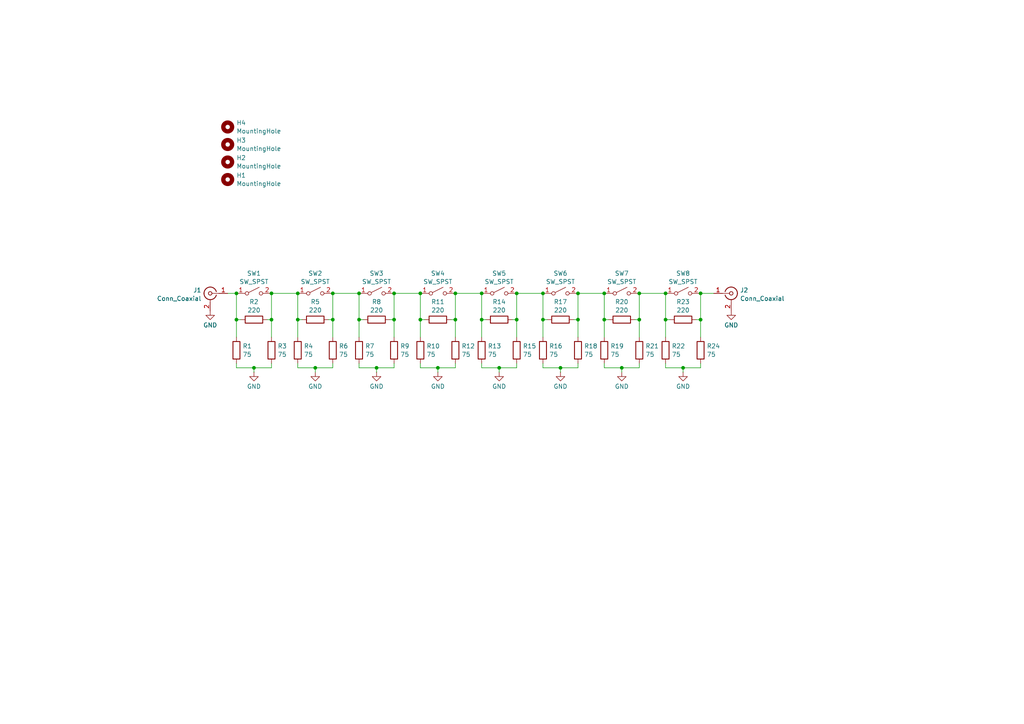
<source format=kicad_sch>
(kicad_sch (version 20250114) (generator "eeschema") (generator_version "9.0")
  (paper "A4")
  (lib_symbols
    (symbol "Connector:Conn_Coaxial" (pin_names (offset 1.016) (hide yes))
      (property "Reference" "J" (at 0.254 3.048 0))
      (property "Value" "Conn_Coaxial" (at 2.921 0 90))
      (symbol "Conn_Coaxial_0_1"
        (polyline (pts (xy -2.54 0) (xy -0.508 0)))
        (arc (start 1.778 0) (mid 0.222 -1.8079) (end -1.778 -0.508) (stroke (width 0.254)))
        (arc (start -1.778 0.508) (mid 0.2221 1.8084) (end 1.778 0) (stroke (width 0.254)))
        (circle (center 0 0) (radius 0.508) (stroke (width 0.2032)))
        (polyline (pts (xy 0 -2.54) (xy 0 -1.778)))
      )
      (symbol "Conn_Coaxial_1_1"
        (pin passive line (at -5.08 0 0) (length 2.54) (name "In") (number "1"))
        (pin passive line (at 0 -5.08 90) (length 2.54) (name "Ext") (number "2"))
      )
    )
    (symbol "Device:R" (pin_numbers (hide yes)) (pin_names (offset 0))
      (property "Reference" "R" (at 2.032 0 90))
      (property "Value" "R" (at 0 0 90))
      (symbol "R_0_1"
        (rectangle (start -1.016 -2.54) (end 1.016 2.54) (stroke (width 0.254)))
      )
      (symbol "R_1_1"
        (pin passive line (at 0 3.81 270) (length 1.27) (name "~") (number "1"))
        (pin passive line (at 0 -3.81 90) (length 1.27) (name "~") (number "2"))
      )
    )
    (symbol "Mechanical:MountingHole" (pin_names (offset 1.016)) (exclude_from_sim yes) (in_bom no)
      (property "Reference" "H" (at 0 5.08 0))
      (property "Value" "MountingHole" (at 0 3.175 0))
      (symbol "MountingHole_0_1"
        (circle (center 0 0) (radius 1.27) (stroke (width 1.27)))
      )
    )
    (symbol "Switch:SW_SPST" (pin_names (offset 0) (hide yes))
      (property "Reference" "SW" (at 0 3.175 0))
      (property "Value" "SW_SPST" (at 0 -2.54 0))
      (symbol "SW_SPST_0_0"
        (circle (center -2.032 0) (radius 0.508))
        (polyline (pts (xy -1.524 0.254) (xy 1.524 1.778)))
        (circle (center 2.032 0) (radius 0.508))
      )
      (symbol "SW_SPST_1_1"
        (pin passive line (at -5.08 0 0) (length 2.54) (name "A") (number "1"))
        (pin passive line (at 5.08 0 180) (length 2.54) (name "B") (number "2"))
      )
    )
    (symbol "power:GND" (power) (pin_numbers (hide yes)) (pin_names (offset 0) (hide yes))
      (property "Value" "GND" (at 0 -3.81 0))
      (symbol "GND_0_1"
        (polyline (pts (xy 0 0) (xy 0 -1.27) (xy 1.27 -1.27) (xy 0 -2.54) (xy -1.27 -1.27) (xy 0 -1.27)))
      )
      (symbol "GND_1_1"
        (pin power_in line (at 0 0 270) (length 0) (name "~") (number "1"))
      )
    )
  )
  (junction (at 73.66 106.68))
  (junction (at 86.36 92.71))
  (junction (at 185.42 85.09))
  (junction (at 68.58 85.09))
  (junction (at 86.36 85.09))
  (junction (at 78.74 85.09))
  (junction (at 193.04 85.09))
  (junction (at 167.64 85.09))
  (junction (at 167.64 92.71))
  (junction (at 68.58 92.71))
  (junction (at 78.74 92.71))
  (junction (at 96.52 92.71))
  (junction (at 193.04 92.71))
  (junction (at 144.78 106.68))
  (junction (at 91.44 106.68))
  (junction (at 203.2 85.09))
  (junction (at 132.08 85.09))
  (junction (at 149.86 92.71))
  (junction (at 180.34 106.68))
  (junction (at 121.92 92.71))
  (junction (at 157.48 92.71))
  (junction (at 157.48 85.09))
  (junction (at 175.26 85.09))
  (junction (at 139.7 85.09))
  (junction (at 121.92 85.09))
  (junction (at 114.3 85.09))
  (junction (at 198.12 106.68))
  (junction (at 104.14 85.09))
  (junction (at 114.3 92.71))
  (junction (at 104.14 92.71))
  (junction (at 175.26 92.71))
  (junction (at 149.86 85.09))
  (junction (at 132.08 92.71))
  (junction (at 185.42 92.71))
  (junction (at 139.7 92.71))
  (junction (at 96.52 85.09))
  (junction (at 127 106.68))
  (junction (at 203.2 92.71))
  (junction (at 109.22 106.68))
  (junction (at 162.56 106.68))
  (wire (pts (xy 203.2 92.71) (xy 203.2 97.79)))
  (wire (pts (xy 73.66 106.68) (xy 78.74 106.68)))
  (wire (pts (xy 113.03 92.71) (xy 114.3 92.71)))
  (wire (pts (xy 73.66 106.68) (xy 73.66 107.95)))
  (wire (pts (xy 68.58 106.68) (xy 73.66 106.68)))
  (wire (pts (xy 78.74 92.71) (xy 78.74 97.79)))
  (wire (pts (xy 104.14 85.09) (xy 104.14 92.71)))
  (wire (pts (xy 139.7 105.41) (xy 139.7 106.68)))
  (wire (pts (xy 96.52 85.09) (xy 96.52 92.71)))
  (wire (pts (xy 132.08 85.09) (xy 132.08 92.71)))
  (wire (pts (xy 109.22 106.68) (xy 114.3 106.68)))
  (wire (pts (xy 95.25 92.71) (xy 96.52 92.71)))
  (wire (pts (xy 157.48 85.09) (xy 157.48 92.71)))
  (wire (pts (xy 185.42 85.09) (xy 193.04 85.09)))
  (wire (pts (xy 149.86 85.09) (xy 157.48 85.09)))
  (wire (pts (xy 148.59 92.71) (xy 149.86 92.71)))
  (wire (pts (xy 78.74 85.09) (xy 78.74 92.71)))
  (wire (pts (xy 157.48 106.68) (xy 162.56 106.68)))
  (wire (pts (xy 96.52 85.09) (xy 104.14 85.09)))
  (wire (pts (xy 193.04 85.09) (xy 193.04 92.71)))
  (wire (pts (xy 167.64 85.09) (xy 175.26 85.09)))
  (wire (pts (xy 144.78 106.68) (xy 149.86 106.68)))
  (wire (pts (xy 185.42 85.09) (xy 185.42 92.71)))
  (wire (pts (xy 180.34 106.68) (xy 180.34 107.95)))
  (wire (pts (xy 175.26 85.09) (xy 175.26 92.71)))
  (wire (pts (xy 114.3 106.68) (xy 114.3 105.41)))
  (wire (pts (xy 175.26 92.71) (xy 176.53 92.71)))
  (wire (pts (xy 198.12 106.68) (xy 198.12 107.95)))
  (wire (pts (xy 180.34 106.68) (xy 185.42 106.68)))
  (wire (pts (xy 149.86 106.68) (xy 149.86 105.41)))
  (wire (pts (xy 184.15 92.71) (xy 185.42 92.71)))
  (wire (pts (xy 86.36 92.71) (xy 87.63 92.71)))
  (wire (pts (xy 157.48 92.71) (xy 158.75 92.71)))
  (wire (pts (xy 167.64 106.68) (xy 167.64 105.41)))
  (wire (pts (xy 193.04 92.71) (xy 193.04 97.79)))
  (wire (pts (xy 114.3 85.09) (xy 114.3 92.71)))
  (wire (pts (xy 144.78 106.68) (xy 144.78 107.95)))
  (wire (pts (xy 162.56 106.68) (xy 167.64 106.68)))
  (wire (pts (xy 132.08 106.68) (xy 132.08 105.41)))
  (wire (pts (xy 78.74 85.09) (xy 86.36 85.09)))
  (wire (pts (xy 114.3 85.09) (xy 121.92 85.09)))
  (wire (pts (xy 203.2 106.68) (xy 203.2 105.41)))
  (wire (pts (xy 109.22 106.68) (xy 109.22 107.95)))
  (wire (pts (xy 139.7 106.68) (xy 144.78 106.68)))
  (wire (pts (xy 130.81 92.71) (xy 132.08 92.71)))
  (wire (pts (xy 68.58 92.71) (xy 68.58 97.79)))
  (wire (pts (xy 121.92 92.71) (xy 123.19 92.71)))
  (wire (pts (xy 166.37 92.71) (xy 167.64 92.71)))
  (wire (pts (xy 104.14 92.71) (xy 104.14 97.79)))
  (wire (pts (xy 185.42 106.68) (xy 185.42 105.41)))
  (wire (pts (xy 127 106.68) (xy 127 107.95)))
  (wire (pts (xy 77.47 92.71) (xy 78.74 92.71)))
  (wire (pts (xy 203.2 85.09) (xy 203.2 92.71)))
  (wire (pts (xy 86.36 105.41) (xy 86.36 106.68)))
  (wire (pts (xy 157.48 105.41) (xy 157.48 106.68)))
  (wire (pts (xy 68.58 92.71) (xy 69.85 92.71)))
  (wire (pts (xy 132.08 85.09) (xy 139.7 85.09)))
  (wire (pts (xy 121.92 105.41) (xy 121.92 106.68)))
  (wire (pts (xy 86.36 85.09) (xy 86.36 92.71)))
  (wire (pts (xy 193.04 105.41) (xy 193.04 106.68)))
  (wire (pts (xy 139.7 85.09) (xy 139.7 92.71)))
  (wire (pts (xy 104.14 92.71) (xy 105.41 92.71)))
  (wire (pts (xy 121.92 106.68) (xy 127 106.68)))
  (wire (pts (xy 193.04 92.71) (xy 194.31 92.71)))
  (wire (pts (xy 91.44 106.68) (xy 91.44 107.95)))
  (wire (pts (xy 201.93 92.71) (xy 203.2 92.71)))
  (wire (pts (xy 149.86 85.09) (xy 149.86 92.71)))
  (wire (pts (xy 167.64 85.09) (xy 167.64 92.71)))
  (wire (pts (xy 162.56 106.68) (xy 162.56 107.95)))
  (wire (pts (xy 121.92 92.71) (xy 121.92 97.79)))
  (wire (pts (xy 203.2 85.09) (xy 207.01 85.09)))
  (wire (pts (xy 96.52 92.71) (xy 96.52 97.79)))
  (wire (pts (xy 86.36 106.68) (xy 91.44 106.68)))
  (wire (pts (xy 175.26 105.41) (xy 175.26 106.68)))
  (wire (pts (xy 114.3 92.71) (xy 114.3 97.79)))
  (wire (pts (xy 157.48 92.71) (xy 157.48 97.79)))
  (wire (pts (xy 139.7 92.71) (xy 139.7 97.79)))
  (wire (pts (xy 96.52 106.68) (xy 96.52 105.41)))
  (wire (pts (xy 185.42 92.71) (xy 185.42 97.79)))
  (wire (pts (xy 66.04 85.09) (xy 68.58 85.09)))
  (wire (pts (xy 68.58 85.09) (xy 68.58 92.71)))
  (wire (pts (xy 104.14 105.41) (xy 104.14 106.68)))
  (wire (pts (xy 167.64 92.71) (xy 167.64 97.79)))
  (wire (pts (xy 175.26 106.68) (xy 180.34 106.68)))
  (wire (pts (xy 68.58 105.41) (xy 68.58 106.68)))
  (wire (pts (xy 78.74 106.68) (xy 78.74 105.41)))
  (wire (pts (xy 127 106.68) (xy 132.08 106.68)))
  (wire (pts (xy 86.36 92.71) (xy 86.36 97.79)))
  (wire (pts (xy 175.26 92.71) (xy 175.26 97.79)))
  (wire (pts (xy 198.12 106.68) (xy 203.2 106.68)))
  (wire (pts (xy 139.7 92.71) (xy 140.97 92.71)))
  (wire (pts (xy 193.04 106.68) (xy 198.12 106.68)))
  (wire (pts (xy 104.14 106.68) (xy 109.22 106.68)))
  (wire (pts (xy 149.86 92.71) (xy 149.86 97.79)))
  (wire (pts (xy 121.92 85.09) (xy 121.92 92.71)))
  (wire (pts (xy 132.08 92.71) (xy 132.08 97.79)))
  (wire (pts (xy 91.44 106.68) (xy 96.52 106.68)))
  (symbol (lib_id "Device:R") (at 73.66 92.71 90) (unit 1)
    (property "Reference" "R2" (at 73.66 87.5495 90))
    (property "Value" "220" (at 73.66 89.9738 90))
    (property "Footprint" "Resistor_THT:R_Axial_DIN0309_L9.0mm_D3.2mm_P12.70mm_Horizontal" (effects (hide yes)))
    (property "Description" "Resistor" (effects (hide yes)))
  )
  (symbol (lib_id "Device:R") (at 114.3 101.6 0) (unit 1)
    (property "Reference" "R9" (at 116.078 100.3878 0) (effects (justify left)))
    (property "Value" "75" (at 116.078 102.8121 0) (effects (justify left)))
    (property "Footprint" "Resistor_THT:R_Axial_DIN0309_L9.0mm_D3.2mm_P12.70mm_Horizontal" (effects (hide yes)))
    (property "Description" "Resistor" (effects (hide yes)))
  )
  (symbol (lib_id "Device:R") (at 203.2 101.6 0) (unit 1)
    (property "Reference" "R24" (at 204.978 100.3878 0) (effects (justify left)))
    (property "Value" "75" (at 204.978 102.8121 0) (effects (justify left)))
    (property "Footprint" "Resistor_THT:R_Axial_DIN0309_L9.0mm_D3.2mm_P12.70mm_Horizontal" (effects (hide yes)))
    (property "Description" "Resistor" (effects (hide yes)))
  )
  (symbol (lib_id "Device:R") (at 180.34 92.71 90) (unit 1)
    (property "Reference" "R20" (at 180.34 87.5495 90))
    (property "Value" "220" (at 180.34 89.9738 90))
    (property "Footprint" "Resistor_THT:R_Axial_DIN0309_L9.0mm_D3.2mm_P12.70mm_Horizontal" (effects (hide yes)))
    (property "Description" "Resistor" (effects (hide yes)))
  )
  (symbol (lib_id "power:GND") (at 127 107.95 0) (unit 1)
    (property "Reference" "#PWR05" (effects (hide yes)))
    (property "Value" "GND" (at 127 112.0831 0))
    (property "Description" "Power symbol creates a global label with name \"GND\" , ground" (effects (hide yes)))
  )
  (symbol (lib_id "Switch:SW_SPST") (at 198.12 85.09 0) (unit 1)
    (property "Reference" "SW8" (at 198.12 79.2945 0))
    (property "Value" "SW_SPST" (at 198.12 81.7188 0))
    (property "Footprint" "FoxHuntAttenuator:SWT3" (effects (hide yes)))
    (property "Description" "Single Pole Single Throw (SPST) switch" (effects (hide yes)))
  )
  (symbol (lib_id "Mechanical:MountingHole") (at 66.04 46.99 0) (unit 1) (exclude_from_sim yes) (in_bom no)
    (property "Reference" "H2" (at 68.58 45.7778 0) (effects (justify left)))
    (property "Value" "MountingHole" (at 68.58 48.2021 0) (effects (justify left)))
    (property "Footprint" "MountingHole:MountingHole_2.7mm_M2.5" (effects (hide yes)))
    (property "Description" "Mounting Hole without connection" (effects (hide yes)))
  )
  (symbol (lib_id "power:GND") (at 73.66 107.95 0) (unit 1)
    (property "Reference" "#PWR02" (effects (hide yes)))
    (property "Value" "GND" (at 73.66 112.0831 0))
    (property "Description" "Power symbol creates a global label with name \"GND\" , ground" (effects (hide yes)))
  )
  (symbol (lib_id "Device:R") (at 104.14 101.6 0) (unit 1)
    (property "Reference" "R7" (at 105.918 100.3878 0) (effects (justify left)))
    (property "Value" "75" (at 105.918 102.8121 0) (effects (justify left)))
    (property "Footprint" "Resistor_THT:R_Axial_DIN0309_L9.0mm_D3.2mm_P12.70mm_Horizontal" (effects (hide yes)))
    (property "Description" "Resistor" (effects (hide yes)))
  )
  (symbol (lib_id "Device:R") (at 193.04 101.6 0) (unit 1)
    (property "Reference" "R22" (at 194.818 100.3878 0) (effects (justify left)))
    (property "Value" "75" (at 194.818 102.8121 0) (effects (justify left)))
    (property "Footprint" "Resistor_THT:R_Axial_DIN0309_L9.0mm_D3.2mm_P12.70mm_Horizontal" (effects (hide yes)))
    (property "Description" "Resistor" (effects (hide yes)))
  )
  (symbol (lib_id "Switch:SW_SPST") (at 91.44 85.09 0) (unit 1)
    (property "Reference" "SW2" (at 91.44 79.2945 0))
    (property "Value" "SW_SPST" (at 91.44 81.7188 0))
    (property "Footprint" "FoxHuntAttenuator:SWT3" (effects (hide yes)))
    (property "Description" "Single Pole Single Throw (SPST) switch" (effects (hide yes)))
  )
  (symbol (lib_id "Device:R") (at 132.08 101.6 0) (unit 1)
    (property "Reference" "R12" (at 133.858 100.3878 0) (effects (justify left)))
    (property "Value" "75" (at 133.858 102.8121 0) (effects (justify left)))
    (property "Footprint" "Resistor_THT:R_Axial_DIN0309_L9.0mm_D3.2mm_P12.70mm_Horizontal" (effects (hide yes)))
    (property "Description" "Resistor" (effects (hide yes)))
  )
  (symbol (lib_id "power:GND") (at 162.56 107.95 0) (unit 1)
    (property "Reference" "#PWR07" (effects (hide yes)))
    (property "Value" "GND" (at 162.56 112.0831 0))
    (property "Description" "Power symbol creates a global label with name \"GND\" , ground" (effects (hide yes)))
  )
  (symbol (lib_id "Switch:SW_SPST") (at 162.56 85.09 0) (unit 1)
    (property "Reference" "SW6" (at 162.56 79.2945 0))
    (property "Value" "SW_SPST" (at 162.56 81.7188 0))
    (property "Footprint" "FoxHuntAttenuator:SWT3" (effects (hide yes)))
    (property "Description" "Single Pole Single Throw (SPST) switch" (effects (hide yes)))
  )
  (symbol (lib_id "power:GND") (at 144.78 107.95 0) (unit 1)
    (property "Reference" "#PWR06" (effects (hide yes)))
    (property "Value" "GND" (at 144.78 112.0831 0))
    (property "Description" "Power symbol creates a global label with name \"GND\" , ground" (effects (hide yes)))
  )
  (symbol (lib_id "Device:R") (at 185.42 101.6 0) (unit 1)
    (property "Reference" "R21" (at 187.198 100.3878 0) (effects (justify left)))
    (property "Value" "75" (at 187.198 102.8121 0) (effects (justify left)))
    (property "Footprint" "Resistor_THT:R_Axial_DIN0309_L9.0mm_D3.2mm_P12.70mm_Horizontal" (effects (hide yes)))
    (property "Description" "Resistor" (effects (hide yes)))
  )
  (symbol (lib_id "Switch:SW_SPST") (at 144.78 85.09 0) (unit 1)
    (property "Reference" "SW5" (at 144.78 79.2945 0))
    (property "Value" "SW_SPST" (at 144.78 81.7188 0))
    (property "Footprint" "FoxHuntAttenuator:SWT3" (effects (hide yes)))
    (property "Description" "Single Pole Single Throw (SPST) switch" (effects (hide yes)))
  )
  (symbol (lib_id "Device:R") (at 139.7 101.6 0) (unit 1)
    (property "Reference" "R13" (at 141.478 100.3878 0) (effects (justify left)))
    (property "Value" "75" (at 141.478 102.8121 0) (effects (justify left)))
    (property "Footprint" "Resistor_THT:R_Axial_DIN0309_L9.0mm_D3.2mm_P12.70mm_Horizontal" (effects (hide yes)))
    (property "Description" "Resistor" (effects (hide yes)))
  )
  (symbol (lib_id "Mechanical:MountingHole") (at 66.04 36.83 0) (unit 1) (exclude_from_sim yes) (in_bom no)
    (property "Reference" "H4" (at 68.58 35.6178 0) (effects (justify left)))
    (property "Value" "MountingHole" (at 68.58 38.0421 0) (effects (justify left)))
    (property "Footprint" "MountingHole:MountingHole_2.7mm_M2.5" (effects (hide yes)))
    (property "Description" "Mounting Hole without connection" (effects (hide yes)))
  )
  (symbol (lib_id "Device:R") (at 91.44 92.71 90) (unit 1)
    (property "Reference" "R5" (at 91.44 87.5495 90))
    (property "Value" "220" (at 91.44 89.9738 90))
    (property "Footprint" "Resistor_THT:R_Axial_DIN0309_L9.0mm_D3.2mm_P12.70mm_Horizontal" (effects (hide yes)))
    (property "Description" "Resistor" (effects (hide yes)))
  )
  (symbol (lib_id "Switch:SW_SPST") (at 109.22 85.09 0) (unit 1)
    (property "Reference" "SW3" (at 109.22 79.2945 0))
    (property "Value" "SW_SPST" (at 109.22 81.7188 0))
    (property "Footprint" "FoxHuntAttenuator:SWT3" (effects (hide yes)))
    (property "Description" "Single Pole Single Throw (SPST) switch" (effects (hide yes)))
  )
  (symbol (lib_id "power:GND") (at 180.34 107.95 0) (unit 1)
    (property "Reference" "#PWR08" (effects (hide yes)))
    (property "Value" "GND" (at 180.34 112.0831 0))
    (property "Description" "Power symbol creates a global label with name \"GND\" , ground" (effects (hide yes)))
  )
  (symbol (lib_id "Connector:Conn_Coaxial") (at 212.09 85.09 0) (unit 1)
    (property "Reference" "J2" (at 214.6301 84.171 0) (effects (justify left)))
    (property "Value" "Conn_Coaxial" (at 214.6301 86.5953 0) (effects (justify left)))
    (property "Footprint" "FoxHuntAttenuator:CONBNC002" (effects (hide yes)))
    (property "Description" "coaxial connector (BNC, SMA, SMB, SMC, Cinch/RCA, LEMO, ...)" (effects (hide yes)))
  )
  (symbol (lib_id "Device:R") (at 109.22 92.71 90) (unit 1)
    (property "Reference" "R8" (at 109.22 87.5495 90))
    (property "Value" "220" (at 109.22 89.9738 90))
    (property "Footprint" "Resistor_THT:R_Axial_DIN0309_L9.0mm_D3.2mm_P12.70mm_Horizontal" (effects (hide yes)))
    (property "Description" "Resistor" (effects (hide yes)))
  )
  (symbol (lib_id "Switch:SW_SPST") (at 180.34 85.09 0) (unit 1)
    (property "Reference" "SW7" (at 180.34 79.2945 0))
    (property "Value" "SW_SPST" (at 180.34 81.7188 0))
    (property "Footprint" "FoxHuntAttenuator:SWT3" (effects (hide yes)))
    (property "Description" "Single Pole Single Throw (SPST) switch" (effects (hide yes)))
  )
  (symbol (lib_id "Device:R") (at 175.26 101.6 0) (unit 1)
    (property "Reference" "R19" (at 177.038 100.3878 0) (effects (justify left)))
    (property "Value" "75" (at 177.038 102.8121 0) (effects (justify left)))
    (property "Footprint" "Resistor_THT:R_Axial_DIN0309_L9.0mm_D3.2mm_P12.70mm_Horizontal" (effects (hide yes)))
    (property "Description" "Resistor" (effects (hide yes)))
  )
  (symbol (lib_id "Device:R") (at 121.92 101.6 0) (unit 1)
    (property "Reference" "R10" (at 123.698 100.3878 0) (effects (justify left)))
    (property "Value" "75" (at 123.698 102.8121 0) (effects (justify left)))
    (property "Footprint" "Resistor_THT:R_Axial_DIN0309_L9.0mm_D3.2mm_P12.70mm_Horizontal" (effects (hide yes)))
    (property "Description" "Resistor" (effects (hide yes)))
  )
  (symbol (lib_id "Device:R") (at 127 92.71 90) (unit 1)
    (property "Reference" "R11" (at 127 87.5495 90))
    (property "Value" "220" (at 127 89.9738 90))
    (property "Footprint" "Resistor_THT:R_Axial_DIN0309_L9.0mm_D3.2mm_P12.70mm_Horizontal" (effects (hide yes)))
    (property "Description" "Resistor" (effects (hide yes)))
  )
  (symbol (lib_id "power:GND") (at 198.12 107.95 0) (unit 1)
    (property "Reference" "#PWR09" (effects (hide yes)))
    (property "Value" "GND" (at 198.12 112.0831 0))
    (property "Description" "Power symbol creates a global label with name \"GND\" , ground" (effects (hide yes)))
  )
  (symbol (lib_id "power:GND") (at 109.22 107.95 0) (unit 1)
    (property "Reference" "#PWR04" (effects (hide yes)))
    (property "Value" "GND" (at 109.22 112.0831 0))
    (property "Description" "Power symbol creates a global label with name \"GND\" , ground" (effects (hide yes)))
  )
  (symbol (lib_id "Switch:SW_SPST") (at 127 85.09 0) (unit 1)
    (property "Reference" "SW4" (at 127 79.2945 0))
    (property "Value" "SW_SPST" (at 127 81.7188 0))
    (property "Footprint" "FoxHuntAttenuator:SWT3" (effects (hide yes)))
    (property "Description" "Single Pole Single Throw (SPST) switch" (effects (hide yes)))
  )
  (symbol (lib_id "Device:R") (at 157.48 101.6 0) (unit 1)
    (property "Reference" "R16" (at 159.258 100.3878 0) (effects (justify left)))
    (property "Value" "75" (at 159.258 102.8121 0) (effects (justify left)))
    (property "Footprint" "Resistor_THT:R_Axial_DIN0309_L9.0mm_D3.2mm_P12.70mm_Horizontal" (effects (hide yes)))
    (property "Description" "Resistor" (effects (hide yes)))
  )
  (symbol (lib_id "power:GND") (at 212.09 90.17 0) (unit 1)
    (property "Reference" "#PWR010" (effects (hide yes)))
    (property "Value" "GND" (at 212.09 94.3031 0))
    (property "Description" "Power symbol creates a global label with name \"GND\" , ground" (effects (hide yes)))
  )
  (symbol (lib_id "Connector:Conn_Coaxial") (at 60.96 85.09 0) (mirror y) (unit 1)
    (property "Reference" "J1" (at 58.4199 84.171 0) (effects (justify left)))
    (property "Value" "Conn_Coaxial" (at 58.4199 86.5953 0) (effects (justify left)))
    (property "Footprint" "FoxHuntAttenuator:CONBNC002" (effects (hide yes)))
    (property "Description" "coaxial connector (BNC, SMA, SMB, SMC, Cinch/RCA, LEMO, ...)" (effects (hide yes)))
  )
  (symbol (lib_id "Mechanical:MountingHole") (at 66.04 41.91 0) (unit 1) (exclude_from_sim yes) (in_bom no)
    (property "Reference" "H3" (at 68.58 40.6978 0) (effects (justify left)))
    (property "Value" "MountingHole" (at 68.58 43.1221 0) (effects (justify left)))
    (property "Footprint" "MountingHole:MountingHole_2.7mm_M2.5" (effects (hide yes)))
    (property "Description" "Mounting Hole without connection" (effects (hide yes)))
  )
  (symbol (lib_id "Device:R") (at 96.52 101.6 0) (unit 1)
    (property "Reference" "R6" (at 98.298 100.3878 0) (effects (justify left)))
    (property "Value" "75" (at 98.298 102.8121 0) (effects (justify left)))
    (property "Footprint" "Resistor_THT:R_Axial_DIN0309_L9.0mm_D3.2mm_P12.70mm_Horizontal" (effects (hide yes)))
    (property "Description" "Resistor" (effects (hide yes)))
  )
  (symbol (lib_id "Device:R") (at 198.12 92.71 90) (unit 1)
    (property "Reference" "R23" (at 198.12 87.5495 90))
    (property "Value" "220" (at 198.12 89.9738 90))
    (property "Footprint" "Resistor_THT:R_Axial_DIN0309_L9.0mm_D3.2mm_P12.70mm_Horizontal" (effects (hide yes)))
    (property "Description" "Resistor" (effects (hide yes)))
  )
  (symbol (lib_id "Device:R") (at 167.64 101.6 0) (unit 1)
    (property "Reference" "R18" (at 169.418 100.3878 0) (effects (justify left)))
    (property "Value" "75" (at 169.418 102.8121 0) (effects (justify left)))
    (property "Footprint" "Resistor_THT:R_Axial_DIN0309_L9.0mm_D3.2mm_P12.70mm_Horizontal" (effects (hide yes)))
    (property "Description" "Resistor" (effects (hide yes)))
  )
  (symbol (lib_id "Device:R") (at 86.36 101.6 0) (unit 1)
    (property "Reference" "R4" (at 88.138 100.3878 0) (effects (justify left)))
    (property "Value" "75" (at 88.138 102.8121 0) (effects (justify left)))
    (property "Footprint" "Resistor_THT:R_Axial_DIN0309_L9.0mm_D3.2mm_P12.70mm_Horizontal" (effects (hide yes)))
    (property "Description" "Resistor" (effects (hide yes)))
  )
  (symbol (lib_id "Device:R") (at 78.74 101.6 0) (unit 1)
    (property "Reference" "R3" (at 80.518 100.3878 0) (effects (justify left)))
    (property "Value" "75" (at 80.518 102.8121 0) (effects (justify left)))
    (property "Footprint" "Resistor_THT:R_Axial_DIN0309_L9.0mm_D3.2mm_P12.70mm_Horizontal" (effects (hide yes)))
    (property "Description" "Resistor" (effects (hide yes)))
  )
  (symbol (lib_id "power:GND") (at 60.96 90.17 0) (unit 1)
    (property "Reference" "#PWR01" (effects (hide yes)))
    (property "Value" "GND" (at 60.96 94.3031 0))
    (property "Description" "Power symbol creates a global label with name \"GND\" , ground" (effects (hide yes)))
  )
  (symbol (lib_id "Device:R") (at 144.78 92.71 90) (unit 1)
    (property "Reference" "R14" (at 144.78 87.5495 90))
    (property "Value" "220" (at 144.78 89.9738 90))
    (property "Footprint" "Resistor_THT:R_Axial_DIN0309_L9.0mm_D3.2mm_P12.70mm_Horizontal" (effects (hide yes)))
    (property "Description" "Resistor" (effects (hide yes)))
  )
  (symbol (lib_id "Device:R") (at 162.56 92.71 90) (unit 1)
    (property "Reference" "R17" (at 162.56 87.5495 90))
    (property "Value" "220" (at 162.56 89.9738 90))
    (property "Footprint" "Resistor_THT:R_Axial_DIN0309_L9.0mm_D3.2mm_P12.70mm_Horizontal" (effects (hide yes)))
    (property "Description" "Resistor" (effects (hide yes)))
  )
  (symbol (lib_id "Mechanical:MountingHole") (at 66.04 52.07 0) (unit 1) (exclude_from_sim yes) (in_bom no)
    (property "Reference" "H1" (at 68.58 50.8578 0) (effects (justify left)))
    (property "Value" "MountingHole" (at 68.58 53.2821 0) (effects (justify left)))
    (property "Footprint" "MountingHole:MountingHole_2.7mm_M2.5" (effects (hide yes)))
    (property "Description" "Mounting Hole without connection" (effects (hide yes)))
  )
  (symbol (lib_id "Device:R") (at 68.58 101.6 0) (unit 1)
    (property "Reference" "R1" (at 70.358 100.3878 0) (effects (justify left)))
    (property "Value" "75" (at 70.358 102.8121 0) (effects (justify left)))
    (property "Footprint" "Resistor_THT:R_Axial_DIN0309_L9.0mm_D3.2mm_P12.70mm_Horizontal" (effects (hide yes)))
    (property "Description" "Resistor" (effects (hide yes)))
  )
  (symbol (lib_id "Switch:SW_SPST") (at 73.66 85.09 0) (unit 1)
    (property "Reference" "SW1" (at 73.66 79.2945 0))
    (property "Value" "SW_SPST" (at 73.66 81.7188 0))
    (property "Footprint" "FoxHuntAttenuator:SWT3" (effects (hide yes)))
    (property "Description" "Single Pole Single Throw (SPST) switch" (effects (hide yes)))
  )
  (symbol (lib_id "power:GND") (at 91.44 107.95 0) (unit 1)
    (property "Reference" "#PWR03" (effects (hide yes)))
    (property "Value" "GND" (at 91.44 112.0831 0))
    (property "Description" "Power symbol creates a global label with name \"GND\" , ground" (effects (hide yes)))
  )
  (symbol (lib_id "Device:R") (at 149.86 101.6 0) (unit 1)
    (property "Reference" "R15" (at 151.638 100.3878 0) (effects (justify left)))
    (property "Value" "75" (at 151.638 102.8121 0) (effects (justify left)))
    (property "Footprint" "Resistor_THT:R_Axial_DIN0309_L9.0mm_D3.2mm_P12.70mm_Horizontal" (effects (hide yes)))
    (property "Description" "Resistor" (effects (hide yes)))
  )
)
</source>
